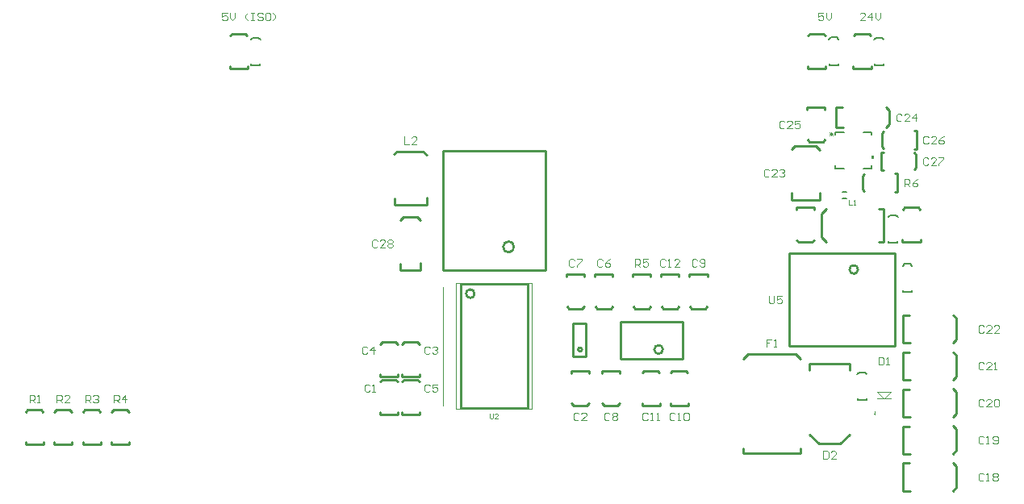
<source format=gto>
G04*
G04 #@! TF.GenerationSoftware,Altium Limited,Altium Designer,22.8.2 (66)*
G04*
G04 Layer_Color=65535*
%FSLAX44Y44*%
%MOMM*%
G71*
G04*
G04 #@! TF.SameCoordinates,AF58AEFE-5498-464C-92CE-300A63243590*
G04*
G04*
G04 #@! TF.FilePolarity,Positive*
G04*
G01*
G75*
%ADD10C,0.2540*%
%ADD11C,0.2000*%
%ADD12C,0.1524*%
%ADD13C,0.1270*%
%ADD14C,0.1000*%
%ADD15C,0.0760*%
%ADD16C,0.1250*%
%ADD17C,0.0254*%
%ADD18C,0.0500*%
G36*
X1088428Y432555D02*
X1090968D01*
Y428745D01*
X1088428D01*
Y432555D01*
D02*
G37*
D10*
X1074012Y312720D02*
G03*
X1074012Y312720I-4472J0D01*
G01*
X784320Y228760D02*
G03*
X784320Y228760I-2000J0D01*
G01*
X869202D02*
G03*
X869202Y228760I-4472J0D01*
G01*
X671622Y287410D02*
G03*
X671622Y287410I-4472J0D01*
G01*
X713070Y336550D02*
G03*
X713070Y336550I-5680J0D01*
G01*
X1001540Y330220D02*
X1112540D01*
Y232220D02*
Y330220D01*
X1001540Y232220D02*
X1112540D01*
X1001540D02*
Y330220D01*
X774820Y256260D02*
X788820D01*
X774820Y221260D02*
Y256260D01*
X774820Y221260D02*
X788820D01*
X774820Y221260D02*
X774820Y221260D01*
X788820D02*
Y256260D01*
X824730Y219260D02*
X889730D01*
X824730D02*
Y258260D01*
X889730D01*
Y219260D02*
Y258260D01*
X727150Y167386D02*
Y297688D01*
X657150Y167386D02*
X727150D01*
X657150Y297688D02*
X727150D01*
X657150Y167386D02*
Y297688D01*
X1078734Y410734D02*
X1080750Y412750D01*
X1078734Y396766D02*
X1080750Y394750D01*
X1112750Y394460D02*
X1115250D01*
Y413250D01*
X1112750D02*
X1115250D01*
X1078734Y396766D02*
Y410734D01*
X838089Y273560D02*
X840104Y271544D01*
X854073D02*
X856089Y273560D01*
X856378Y305560D02*
Y308060D01*
X837589D02*
X856378D01*
X837589Y305560D02*
Y308060D01*
X840104Y271544D02*
X854073D01*
X306879Y165336D02*
X308895Y163320D01*
X290895D02*
X292910Y165336D01*
X290605Y128820D02*
Y131320D01*
Y128820D02*
X309395D01*
Y131320D01*
X292910Y165336D02*
X306879D01*
X276879D02*
X278895Y163320D01*
X260895D02*
X262910Y165336D01*
X260605Y128820D02*
Y131320D01*
Y128820D02*
X279395D01*
Y131320D01*
X262910Y165336D02*
X276879D01*
X246879D02*
X248895Y163320D01*
X230895D02*
X232910Y165336D01*
X230605Y128820D02*
Y131320D01*
Y128820D02*
X249395D01*
Y131320D01*
X232910Y165336D02*
X246879D01*
X216879D02*
X218895Y163320D01*
X200895D02*
X202910Y165336D01*
X200605Y128820D02*
Y131320D01*
Y128820D02*
X219395D01*
Y131320D01*
X202910Y165336D02*
X216879D01*
X587220Y433570D02*
X590220Y436570D01*
X587420Y380470D02*
Y387370D01*
Y380470D02*
X621320D01*
Y388070D01*
X590220Y436570D02*
X617720D01*
X621270Y433020D01*
X1095610Y376385D02*
X1100610D01*
X1035610Y346385D02*
Y371385D01*
X1035610D01*
X1040610Y376385D01*
X1035610Y346385D02*
X1035610D01*
X1040610Y341385D01*
X1100610D02*
Y376385D01*
X1095610Y341385D02*
X1100610D01*
X958250Y224010D02*
X1008250D01*
X1013250Y219010D01*
X953250D02*
X958250Y224010D01*
X1013250Y120010D02*
Y125010D01*
X953250Y120010D02*
Y125010D01*
Y120010D02*
X1013250D01*
X417196Y560168D02*
X431164D01*
X433680Y523652D02*
Y526152D01*
X414890Y523652D02*
X433680D01*
X414890D02*
Y526152D01*
X415180Y558152D02*
X417196Y560168D01*
X431164D02*
X433180Y558152D01*
X1023594Y560168D02*
X1037562D01*
X1040078Y523652D02*
Y526152D01*
X1021288Y523652D02*
X1040078D01*
X1021288D02*
Y526152D01*
X1021578Y558152D02*
X1023594Y560168D01*
X1037562D02*
X1039578Y558152D01*
X1071246Y560168D02*
X1085214D01*
X1087730Y523652D02*
Y526152D01*
X1068940Y523652D02*
X1087730D01*
X1068940D02*
Y526152D01*
X1069230Y558152D02*
X1071246Y560168D01*
X1085214D02*
X1087230Y558152D01*
X1023140Y206760D02*
Y214260D01*
X1065140Y206760D02*
Y214260D01*
X1055140Y129760D02*
X1065140Y139760D01*
X1033140Y129760D02*
X1055140D01*
X1023140Y139760D02*
X1033140Y129760D01*
X1034140D02*
X1051140D01*
X1023140Y214260D02*
X1065140D01*
X615195Y311890D02*
Y319490D01*
X593395Y311890D02*
X615195D01*
X593395D02*
Y318790D01*
X593345Y364140D02*
X597195Y367990D01*
X611295D02*
X615145Y364140D01*
X597195Y367990D02*
X611295D01*
X1133000Y417500D02*
X1135016Y419516D01*
X1133000Y435500D02*
X1135016Y433484D01*
X1098500Y435790D02*
X1101000D01*
X1098500Y417000D02*
Y435790D01*
Y417000D02*
X1101000D01*
X1135016Y419516D02*
Y433484D01*
X1098734Y455734D02*
X1100750Y457750D01*
X1098734Y441766D02*
X1100750Y439750D01*
X1132750Y439460D02*
X1135250D01*
Y458250D01*
X1132750D02*
X1135250D01*
X1098734Y441766D02*
Y455734D01*
X1020970Y448820D02*
X1022986Y446804D01*
X1036954D02*
X1038970Y448820D01*
X1039260Y480820D02*
Y483320D01*
X1020470D02*
X1039260D01*
X1020470Y480820D02*
Y483320D01*
X1022986Y446804D02*
X1036954D01*
X1050798Y461540D02*
X1058398D01*
X1050798D02*
Y483340D01*
X1057698D01*
X1103048Y483390D02*
X1106898Y479540D01*
X1103048Y461590D02*
X1106898Y465440D01*
Y479540D01*
X1007400Y442200D02*
X1029900D01*
X1033550Y438550D01*
X1004400Y439200D02*
X1007400Y442200D01*
X1004700Y386100D02*
Y393000D01*
Y386100D02*
X1033600D01*
Y393700D01*
X1176980Y239320D02*
Y261820D01*
X1173330Y235670D02*
X1176980Y239320D01*
X1173980Y264820D02*
X1176980Y261820D01*
X1120880Y264520D02*
X1127780D01*
X1120880Y235620D02*
Y264520D01*
Y235620D02*
X1128480D01*
X1176980Y200515D02*
Y223015D01*
X1173330Y196865D02*
X1176980Y200515D01*
X1173980Y226015D02*
X1176980Y223015D01*
X1120880Y225715D02*
X1127780D01*
X1120880Y196815D02*
Y225715D01*
Y196815D02*
X1128480D01*
X1176980Y161710D02*
Y184210D01*
X1173330Y158060D02*
X1176980Y161710D01*
X1173980Y187210D02*
X1176980Y184210D01*
X1120880Y186910D02*
X1127780D01*
X1120880Y158010D02*
Y186910D01*
Y158010D02*
X1128480D01*
X1176980Y122905D02*
Y145405D01*
X1173330Y119255D02*
X1176980Y122905D01*
X1173980Y148405D02*
X1176980Y145405D01*
X1120880Y148105D02*
X1127780D01*
X1120880Y119205D02*
Y148105D01*
Y119205D02*
X1128480D01*
X1176980Y84100D02*
Y106600D01*
X1173330Y80450D02*
X1176980Y84100D01*
X1173980Y109600D02*
X1176980Y106600D01*
X1120880Y109300D02*
X1127780D01*
X1120880Y80400D02*
Y109300D01*
Y80400D02*
X1128480D01*
X1136984Y377901D02*
X1139000Y375885D01*
X1121000D02*
X1123016Y377901D01*
X1120710Y341385D02*
Y343885D01*
Y341385D02*
X1139500D01*
Y343885D01*
X1123016Y377901D02*
X1136984D01*
X1009645Y343410D02*
X1011661Y341394D01*
X1025629D02*
X1027645Y343410D01*
X1027935Y375410D02*
Y377910D01*
X1009145D02*
X1027935D01*
X1009145Y375410D02*
Y377910D01*
X1011661Y341394D02*
X1025629D01*
X867854Y273560D02*
X869870Y271544D01*
X883839D02*
X885854Y273560D01*
X886144Y305560D02*
Y308060D01*
X867354D02*
X886144D01*
X867354Y305560D02*
Y308060D01*
X869870Y271544D02*
X883839D01*
X863628Y206460D02*
X865644Y204444D01*
X847644D02*
X849660Y206460D01*
X847354Y169944D02*
Y172444D01*
Y169944D02*
X866144D01*
Y172444D01*
X849660Y206460D02*
X863628D01*
X893394D02*
X895410Y204444D01*
X877410D02*
X879425Y206460D01*
X877120Y169944D02*
Y172444D01*
Y169944D02*
X895910D01*
Y172444D01*
X879425Y206460D02*
X893394D01*
X897620Y273560D02*
X899636Y271544D01*
X913604D02*
X915620Y273560D01*
X915910Y305560D02*
Y308060D01*
X897120D02*
X915910D01*
X897120Y305560D02*
Y308060D01*
X899636Y271544D02*
X913604D01*
X805738Y171960D02*
X807754Y169944D01*
X821722D02*
X823738Y171960D01*
X824028Y203960D02*
Y206460D01*
X805238D02*
X824028D01*
X805238Y203960D02*
Y206460D01*
X807754Y169944D02*
X821722D01*
X768558Y273560D02*
X770573Y271544D01*
X784542D02*
X786557Y273560D01*
X786847Y305560D02*
Y308060D01*
X768057D02*
X786847D01*
X768057Y305560D02*
Y308060D01*
X770573Y271544D02*
X784542D01*
X798323Y273560D02*
X800339Y271544D01*
X814307D02*
X816323Y273560D01*
X816613Y305560D02*
Y308060D01*
X797823D02*
X816613D01*
X797823Y305560D02*
Y308060D01*
X800339Y271544D02*
X814307D01*
X611664Y197086D02*
X613680Y195070D01*
X595680D02*
X597696Y197086D01*
X595390Y160570D02*
Y163070D01*
Y160570D02*
X614180D01*
Y163070D01*
X597696Y197086D02*
X611664D01*
X588804Y236456D02*
X590820Y234440D01*
X572820D02*
X574836Y236456D01*
X572530Y199940D02*
Y202440D01*
Y199940D02*
X591320D01*
Y202440D01*
X574836Y236456D02*
X588804D01*
X611664D02*
X613680Y234440D01*
X595680D02*
X597696Y236456D01*
X595390Y199940D02*
Y202440D01*
Y199940D02*
X614180D01*
Y202440D01*
X597696Y236456D02*
X611664D01*
X773582Y171960D02*
X775598Y169944D01*
X789566D02*
X791582Y171960D01*
X791872Y203960D02*
Y206460D01*
X773082D02*
X791872D01*
X773082Y203960D02*
Y206460D01*
X775598Y169944D02*
X789566D01*
X588804Y197086D02*
X590820Y195070D01*
X572820D02*
X574836Y197086D01*
X572530Y160570D02*
Y163070D01*
Y160570D02*
X591320D01*
Y163070D01*
X574836Y197086D02*
X588804D01*
X746150Y312150D02*
Y437150D01*
X638150D02*
X746150D01*
X638150Y312150D02*
Y437150D01*
Y312150D02*
X746150D01*
D11*
X1058000Y394000D02*
X1062000D01*
X1058000Y387000D02*
X1062000D01*
D12*
X1050290Y457200D02*
X1059107D01*
X1050290Y419100D02*
X1059107D01*
X1088390D02*
Y422187D01*
X1079574Y457200D02*
X1088390D01*
X1050290Y454114D02*
Y457200D01*
Y419100D02*
Y422187D01*
X1079574Y419100D02*
X1088390D01*
Y454114D02*
Y457200D01*
D13*
X436960Y553910D02*
X438960Y555910D01*
X444960D02*
X446960Y553910D01*
X438960Y555910D02*
X444960D01*
X446460Y526910D02*
Y528410D01*
X437460Y526910D02*
X446460D01*
X437460D02*
Y528410D01*
X1043620Y554410D02*
X1045620Y556410D01*
X1051620D02*
X1053620Y554410D01*
X1045620Y556410D02*
X1051620D01*
X1053120Y527410D02*
Y528910D01*
X1044120Y527410D02*
X1053120D01*
X1044120D02*
Y528910D01*
X1091010Y553910D02*
X1093010Y555910D01*
X1099010D02*
X1101010Y553910D01*
X1093010Y555910D02*
X1099010D01*
X1100510Y526910D02*
Y528410D01*
X1091510Y526910D02*
X1100510D01*
X1091510D02*
Y528410D01*
X1105750Y367750D02*
X1107750Y369750D01*
X1113750D02*
X1115750Y367750D01*
X1107750Y369750D02*
X1113750D01*
X1115250Y340750D02*
Y342250D01*
X1106250Y340750D02*
X1115250D01*
X1106250D02*
Y342250D01*
X1120880Y316420D02*
X1122880Y318420D01*
X1128880D02*
X1130880Y316420D01*
X1122880Y318420D02*
X1128880D01*
X1130380Y289420D02*
Y290920D01*
X1121380Y289420D02*
X1130380D01*
X1121380D02*
Y290920D01*
X1073230Y202560D02*
X1075230Y204560D01*
X1081230D02*
X1083230Y202560D01*
X1075230Y204560D02*
X1081230D01*
X1082730Y175560D02*
Y177060D01*
X1073730Y175560D02*
X1082730D01*
X1073730D02*
Y177060D01*
D14*
X1101590Y177760D02*
X1108390Y184560D01*
X1094290D02*
X1108390D01*
X1094290D02*
X1101090Y177760D01*
X1102690D02*
X1108390D01*
X1094290D02*
X1108390D01*
X1090690Y161560D02*
X1091690Y160560D01*
X1092690Y161560D01*
X1091690Y160560D02*
Y163560D01*
X687985Y161249D02*
Y157084D01*
X688818Y156251D01*
X690484D01*
X691317Y157084D01*
Y161249D01*
X696315Y156251D02*
X692983D01*
X696315Y159583D01*
Y160416D01*
X695482Y161249D01*
X693816D01*
X692983Y160416D01*
X1064738Y386030D02*
Y381031D01*
X1068070D01*
X1069736D02*
X1071402D01*
X1070569D01*
Y386030D01*
X1069736Y385197D01*
D15*
X1043840Y456815D02*
X1047172Y453483D01*
X1043840D02*
X1047172Y456815D01*
X1043840Y455149D02*
X1047172D01*
X1045506Y453483D02*
Y456815D01*
D16*
X412091Y582247D02*
X406759D01*
Y578249D01*
X409425Y579582D01*
X410758D01*
X412091Y578249D01*
Y575583D01*
X410758Y574250D01*
X408092D01*
X406759Y575583D01*
X414756Y582247D02*
Y576916D01*
X417422Y574250D01*
X420088Y576916D01*
Y582247D01*
X433417Y574250D02*
X430751Y576916D01*
Y579582D01*
X433417Y582247D01*
X437416D02*
X440082D01*
X438749D01*
Y574250D01*
X437416D01*
X440082D01*
X449412Y580914D02*
X448079Y582247D01*
X445413D01*
X444080Y580914D01*
Y579582D01*
X445413Y578249D01*
X448079D01*
X449412Y576916D01*
Y575583D01*
X448079Y574250D01*
X445413D01*
X444080Y575583D01*
X456077Y582247D02*
X453411D01*
X452078Y580914D01*
Y575583D01*
X453411Y574250D01*
X456077D01*
X457409Y575583D01*
Y580914D01*
X456077Y582247D01*
X460075Y574250D02*
X462741Y576916D01*
Y579582D01*
X460075Y582247D01*
X1081418Y574250D02*
X1076087D01*
X1081418Y579582D01*
Y580914D01*
X1080086Y582247D01*
X1077420D01*
X1076087Y580914D01*
X1088083Y574250D02*
Y582247D01*
X1084084Y578249D01*
X1089416D01*
X1092082Y582247D02*
Y576916D01*
X1094747Y574250D01*
X1097413Y576916D01*
Y582247D01*
X1037667D02*
X1032336D01*
Y578249D01*
X1035001Y579582D01*
X1036334D01*
X1037667Y578249D01*
Y575583D01*
X1036334Y574250D01*
X1033668D01*
X1032336Y575583D01*
X1040333Y582247D02*
Y576916D01*
X1042999Y574250D01*
X1045665Y576916D01*
Y582247D01*
X1122934Y399796D02*
Y407793D01*
X1126933D01*
X1128266Y406460D01*
Y403795D01*
X1126933Y402462D01*
X1122934D01*
X1125600D02*
X1128266Y399796D01*
X1136263Y407793D02*
X1133597Y406460D01*
X1130931Y403795D01*
Y401129D01*
X1132264Y399796D01*
X1134930D01*
X1136263Y401129D01*
Y402462D01*
X1134930Y403795D01*
X1130931D01*
X597662Y452243D02*
Y444246D01*
X602994D01*
X610991D02*
X605659D01*
X610991Y449578D01*
Y450910D01*
X609658Y452243D01*
X606992D01*
X605659Y450910D01*
X569720Y342706D02*
X568387Y344039D01*
X565721D01*
X564388Y342706D01*
Y337375D01*
X565721Y336042D01*
X568387D01*
X569720Y337375D01*
X577717Y336042D02*
X572385D01*
X577717Y341374D01*
Y342706D01*
X576384Y344039D01*
X573718D01*
X572385Y342706D01*
X580383D02*
X581716Y344039D01*
X584382D01*
X585714Y342706D01*
Y341374D01*
X584382Y340041D01*
X585714Y338708D01*
Y337375D01*
X584382Y336042D01*
X581716D01*
X580383Y337375D01*
Y338708D01*
X581716Y340041D01*
X580383Y341374D01*
Y342706D01*
X581716Y340041D02*
X584382D01*
X1147824Y429067D02*
X1146491Y430399D01*
X1143825D01*
X1142492Y429067D01*
Y423735D01*
X1143825Y422402D01*
X1146491D01*
X1147824Y423735D01*
X1155821Y422402D02*
X1150489D01*
X1155821Y427734D01*
Y429067D01*
X1154488Y430399D01*
X1151822D01*
X1150489Y429067D01*
X1158487Y430399D02*
X1163818D01*
Y429067D01*
X1158487Y423735D01*
Y422402D01*
X1148078Y451418D02*
X1146745Y452751D01*
X1144079D01*
X1142746Y451418D01*
Y446087D01*
X1144079Y444754D01*
X1146745D01*
X1148078Y446087D01*
X1156075Y444754D02*
X1150743D01*
X1156075Y450086D01*
Y451418D01*
X1154742Y452751D01*
X1152076D01*
X1150743Y451418D01*
X1164072Y452751D02*
X1161407Y451418D01*
X1158741Y448753D01*
Y446087D01*
X1160074Y444754D01*
X1162740D01*
X1164072Y446087D01*
Y447420D01*
X1162740Y448753D01*
X1158741D01*
X996948Y467674D02*
X995615Y469007D01*
X992949D01*
X991616Y467674D01*
Y462343D01*
X992949Y461010D01*
X995615D01*
X996948Y462343D01*
X1004945Y461010D02*
X999613D01*
X1004945Y466342D01*
Y467674D01*
X1003612Y469007D01*
X1000946D01*
X999613Y467674D01*
X1012942Y469007D02*
X1007611D01*
Y465009D01*
X1010277Y466342D01*
X1011610D01*
X1012942Y465009D01*
Y462343D01*
X1011610Y461010D01*
X1008944D01*
X1007611Y462343D01*
X1205990Y214182D02*
X1204657Y215515D01*
X1201991D01*
X1200658Y214182D01*
Y208851D01*
X1201991Y207518D01*
X1204657D01*
X1205990Y208851D01*
X1213987Y207518D02*
X1208655D01*
X1213987Y212850D01*
Y214182D01*
X1212654Y215515D01*
X1209988D01*
X1208655Y214182D01*
X1216653Y207518D02*
X1219319D01*
X1217986D01*
Y215515D01*
X1216653Y214182D01*
X1205990Y175320D02*
X1204657Y176653D01*
X1201991D01*
X1200658Y175320D01*
Y169989D01*
X1201991Y168656D01*
X1204657D01*
X1205990Y169989D01*
X1213987Y168656D02*
X1208655D01*
X1213987Y173988D01*
Y175320D01*
X1212654Y176653D01*
X1209988D01*
X1208655Y175320D01*
X1216653D02*
X1217986Y176653D01*
X1220652D01*
X1221984Y175320D01*
Y169989D01*
X1220652Y168656D01*
X1217986D01*
X1216653Y169989D01*
Y175320D01*
X980694Y285111D02*
Y278447D01*
X982027Y277114D01*
X984693D01*
X986026Y278447D01*
Y285111D01*
X994023D02*
X988691D01*
Y281113D01*
X991357Y282446D01*
X992690D01*
X994023Y281113D01*
Y278447D01*
X992690Y277114D01*
X990024D01*
X988691Y278447D01*
X840232Y315722D02*
Y323719D01*
X844231D01*
X845564Y322387D01*
Y319721D01*
X844231Y318388D01*
X840232D01*
X842898D02*
X845564Y315722D01*
X853561Y323719D02*
X848229D01*
Y319721D01*
X850895Y321054D01*
X852228D01*
X853561Y319721D01*
Y317055D01*
X852228Y315722D01*
X849562D01*
X848229Y317055D01*
X293370Y172974D02*
Y180971D01*
X297369D01*
X298702Y179639D01*
Y176973D01*
X297369Y175640D01*
X293370D01*
X296036D02*
X298702Y172974D01*
X305366D02*
Y180971D01*
X301367Y176973D01*
X306699D01*
X263398Y172974D02*
Y180971D01*
X267397D01*
X268730Y179639D01*
Y176973D01*
X267397Y175640D01*
X263398D01*
X266064D02*
X268730Y172974D01*
X271395Y179639D02*
X272728Y180971D01*
X275394D01*
X276727Y179639D01*
Y178306D01*
X275394Y176973D01*
X274061D01*
X275394D01*
X276727Y175640D01*
Y174307D01*
X275394Y172974D01*
X272728D01*
X271395Y174307D01*
X233426Y172974D02*
Y180971D01*
X237425D01*
X238758Y179639D01*
Y176973D01*
X237425Y175640D01*
X233426D01*
X236092D02*
X238758Y172974D01*
X246755D02*
X241423D01*
X246755Y178306D01*
Y179639D01*
X245422Y180971D01*
X242756D01*
X241423Y179639D01*
X204724Y172974D02*
Y180971D01*
X208723D01*
X210056Y179639D01*
Y176973D01*
X208723Y175640D01*
X204724D01*
X207390D02*
X210056Y172974D01*
X212721D02*
X215387D01*
X214054D01*
Y180971D01*
X212721Y179639D01*
X983232Y239645D02*
X977900D01*
Y235647D01*
X980566D01*
X977900D01*
Y231648D01*
X985897D02*
X988563D01*
X987230D01*
Y239645D01*
X985897Y238312D01*
X1037590Y122043D02*
Y114046D01*
X1041589D01*
X1042922Y115379D01*
Y120710D01*
X1041589Y122043D01*
X1037590D01*
X1050919Y114046D02*
X1045587D01*
X1050919Y119378D01*
Y120710D01*
X1049586Y122043D01*
X1046920D01*
X1045587Y120710D01*
X1095756Y220595D02*
Y212598D01*
X1099755D01*
X1101088Y213931D01*
Y219263D01*
X1099755Y220595D01*
X1095756D01*
X1103753Y212598D02*
X1106419D01*
X1105086D01*
Y220595D01*
X1103753Y219263D01*
X1119884Y475041D02*
X1118551Y476373D01*
X1115885D01*
X1114552Y475041D01*
Y469709D01*
X1115885Y468376D01*
X1118551D01*
X1119884Y469709D01*
X1127881Y468376D02*
X1122549D01*
X1127881Y473708D01*
Y475041D01*
X1126548Y476373D01*
X1123882D01*
X1122549Y475041D01*
X1134546Y468376D02*
Y476373D01*
X1130547Y472375D01*
X1135878D01*
X980692Y416875D02*
X979359Y418207D01*
X976693D01*
X975360Y416875D01*
Y411543D01*
X976693Y410210D01*
X979359D01*
X980692Y411543D01*
X988689Y410210D02*
X983357D01*
X988689Y415542D01*
Y416875D01*
X987356Y418207D01*
X984690D01*
X983357Y416875D01*
X991355D02*
X992688Y418207D01*
X995354D01*
X996686Y416875D01*
Y415542D01*
X995354Y414209D01*
X994021D01*
X995354D01*
X996686Y412876D01*
Y411543D01*
X995354Y410210D01*
X992688D01*
X991355Y411543D01*
X1205990Y252791D02*
X1204657Y254123D01*
X1201991D01*
X1200658Y252791D01*
Y247459D01*
X1201991Y246126D01*
X1204657D01*
X1205990Y247459D01*
X1213987Y246126D02*
X1208655D01*
X1213987Y251458D01*
Y252791D01*
X1212654Y254123D01*
X1209988D01*
X1208655Y252791D01*
X1221984Y246126D02*
X1216653D01*
X1221984Y251458D01*
Y252791D01*
X1220652Y254123D01*
X1217986D01*
X1216653Y252791D01*
X1205990Y136459D02*
X1204657Y137791D01*
X1201991D01*
X1200658Y136459D01*
Y131127D01*
X1201991Y129794D01*
X1204657D01*
X1205990Y131127D01*
X1208655Y129794D02*
X1211321D01*
X1209988D01*
Y137791D01*
X1208655Y136459D01*
X1215320Y131127D02*
X1216653Y129794D01*
X1219319D01*
X1220652Y131127D01*
Y136459D01*
X1219319Y137791D01*
X1216653D01*
X1215320Y136459D01*
Y135126D01*
X1216653Y133793D01*
X1220652D01*
X1205990Y97597D02*
X1204657Y98929D01*
X1201991D01*
X1200658Y97597D01*
Y92265D01*
X1201991Y90932D01*
X1204657D01*
X1205990Y92265D01*
X1208655Y90932D02*
X1211321D01*
X1209988D01*
Y98929D01*
X1208655Y97597D01*
X1215320D02*
X1216653Y98929D01*
X1219319D01*
X1220652Y97597D01*
Y96264D01*
X1219319Y94931D01*
X1220652Y93598D01*
Y92265D01*
X1219319Y90932D01*
X1216653D01*
X1215320Y92265D01*
Y93598D01*
X1216653Y94931D01*
X1215320Y96264D01*
Y97597D01*
X1216653Y94931D02*
X1219319D01*
X871980Y322387D02*
X870647Y323719D01*
X867981D01*
X866648Y322387D01*
Y317055D01*
X867981Y315722D01*
X870647D01*
X871980Y317055D01*
X874645Y315722D02*
X877311D01*
X875978D01*
Y323719D01*
X874645Y322387D01*
X886642Y315722D02*
X881310D01*
X886642Y321054D01*
Y322387D01*
X885309Y323719D01*
X882643D01*
X881310Y322387D01*
X853438Y161096D02*
X852105Y162429D01*
X849439D01*
X848106Y161096D01*
Y155765D01*
X849439Y154432D01*
X852105D01*
X853438Y155765D01*
X856103Y154432D02*
X858769D01*
X857436D01*
Y162429D01*
X856103Y161096D01*
X862768Y154432D02*
X865434D01*
X864101D01*
Y162429D01*
X862768Y161096D01*
X881886D02*
X880553Y162429D01*
X877887D01*
X876554Y161096D01*
Y155765D01*
X877887Y154432D01*
X880553D01*
X881886Y155765D01*
X884551Y154432D02*
X887217D01*
X885884D01*
Y162429D01*
X884551Y161096D01*
X891216D02*
X892549Y162429D01*
X895215D01*
X896548Y161096D01*
Y155765D01*
X895215Y154432D01*
X892549D01*
X891216Y155765D01*
Y161096D01*
X905254Y322387D02*
X903921Y323719D01*
X901255D01*
X899922Y322387D01*
Y317055D01*
X901255Y315722D01*
X903921D01*
X905254Y317055D01*
X907919D02*
X909252Y315722D01*
X911918D01*
X913251Y317055D01*
Y322387D01*
X911918Y323719D01*
X909252D01*
X907919Y322387D01*
Y321054D01*
X909252Y319721D01*
X913251D01*
X776222Y322387D02*
X774889Y323719D01*
X772223D01*
X770890Y322387D01*
Y317055D01*
X772223Y315722D01*
X774889D01*
X776222Y317055D01*
X778887Y323719D02*
X784219D01*
Y322387D01*
X778887Y317055D01*
Y315722D01*
X805940Y322387D02*
X804607Y323719D01*
X801941D01*
X800608Y322387D01*
Y317055D01*
X801941Y315722D01*
X804607D01*
X805940Y317055D01*
X813937Y323719D02*
X811271Y322387D01*
X808605Y319721D01*
Y317055D01*
X809938Y315722D01*
X812604D01*
X813937Y317055D01*
Y318388D01*
X812604Y319721D01*
X808605D01*
X624667Y190916D02*
X623334Y192249D01*
X620668D01*
X619336Y190916D01*
Y185584D01*
X620668Y184251D01*
X623334D01*
X624667Y185584D01*
X632664Y192249D02*
X627333D01*
Y188250D01*
X629999Y189583D01*
X631332D01*
X632664Y188250D01*
Y185584D01*
X631332Y184251D01*
X628666D01*
X627333Y185584D01*
X559084Y230666D02*
X557751Y231999D01*
X555085D01*
X553753Y230666D01*
Y225334D01*
X555085Y224001D01*
X557751D01*
X559084Y225334D01*
X565749Y224001D02*
Y231999D01*
X561750Y228000D01*
X567082D01*
X624667Y230666D02*
X623334Y231999D01*
X620668D01*
X619336Y230666D01*
Y225334D01*
X620668Y224001D01*
X623334D01*
X624667Y225334D01*
X627333Y230666D02*
X628666Y231999D01*
X631332D01*
X632664Y230666D01*
Y229333D01*
X631332Y228000D01*
X629999D01*
X631332D01*
X632664Y226667D01*
Y225334D01*
X631332Y224001D01*
X628666D01*
X627333Y225334D01*
X781048Y161096D02*
X779715Y162429D01*
X777049D01*
X775716Y161096D01*
Y155765D01*
X777049Y154432D01*
X779715D01*
X781048Y155765D01*
X789045Y154432D02*
X783713D01*
X789045Y159764D01*
Y161096D01*
X787712Y162429D01*
X785046D01*
X783713Y161096D01*
X813306D02*
X811973Y162429D01*
X809307D01*
X807974Y161096D01*
Y155765D01*
X809307Y154432D01*
X811973D01*
X813306Y155765D01*
X815971Y161096D02*
X817304Y162429D01*
X819970D01*
X821303Y161096D01*
Y159764D01*
X819970Y158431D01*
X821303Y157098D01*
Y155765D01*
X819970Y154432D01*
X817304D01*
X815971Y155765D01*
Y157098D01*
X817304Y158431D01*
X815971Y159764D01*
Y161096D01*
X817304Y158431D02*
X819970D01*
X561750Y190916D02*
X560417Y192249D01*
X557751D01*
X556418Y190916D01*
Y185584D01*
X557751Y184251D01*
X560417D01*
X561750Y185584D01*
X564416Y184251D02*
X567082D01*
X565749D01*
Y192249D01*
X564416Y190916D01*
D17*
X638795Y170180D02*
Y294386D01*
D18*
X652197Y298408D02*
X732092D01*
Y166370D02*
Y298408D01*
X652197Y166370D02*
X732092D01*
X652197D02*
Y298408D01*
M02*

</source>
